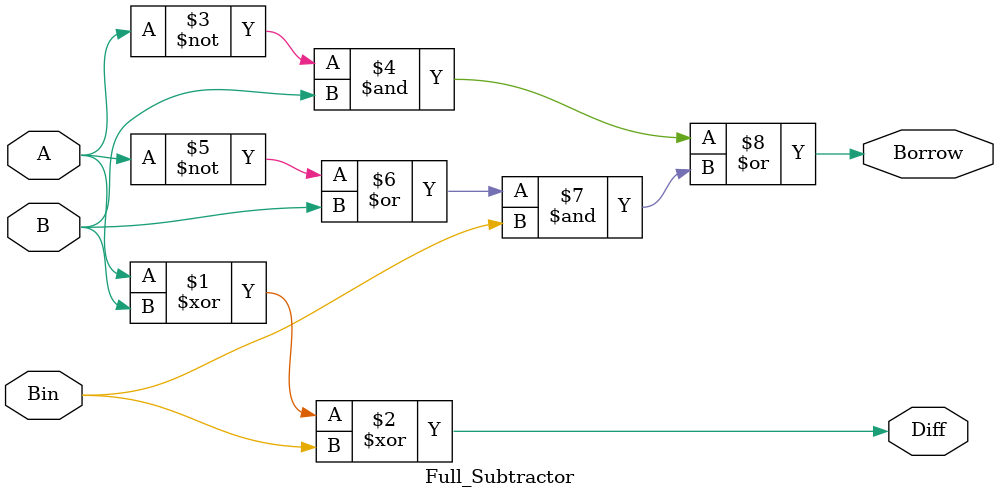
<source format=v>
module Full_Subtractor (
    input A,
    input B,
    input Bin,
    output Diff,
    output Borrow
);
    assign Diff = A ^ B ^ Bin;
    assign Borrow = (~A & B) | ((~A | B) & Bin);
endmodule

</source>
